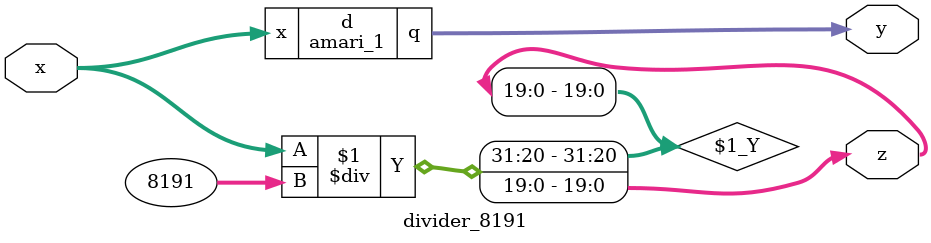
<source format=v>
`default_nettype none
`timescale 1ns/1ps

module amari_1
    (input wire [31:0] x,
     output wire [12:0] q);
	assign q = x[12:0] + x[24:13] + {1'b0,x[31:25]};

endmodule

module divider_8191(
	input wire [31:0] x,
	output wire [12:0] y,
	output wire [19:0] z
    );
	
	amari_1 d (x,y);
	
	assign z = x / 32'd8191;
	 

endmodule


	

`default_nettype wire


</source>
